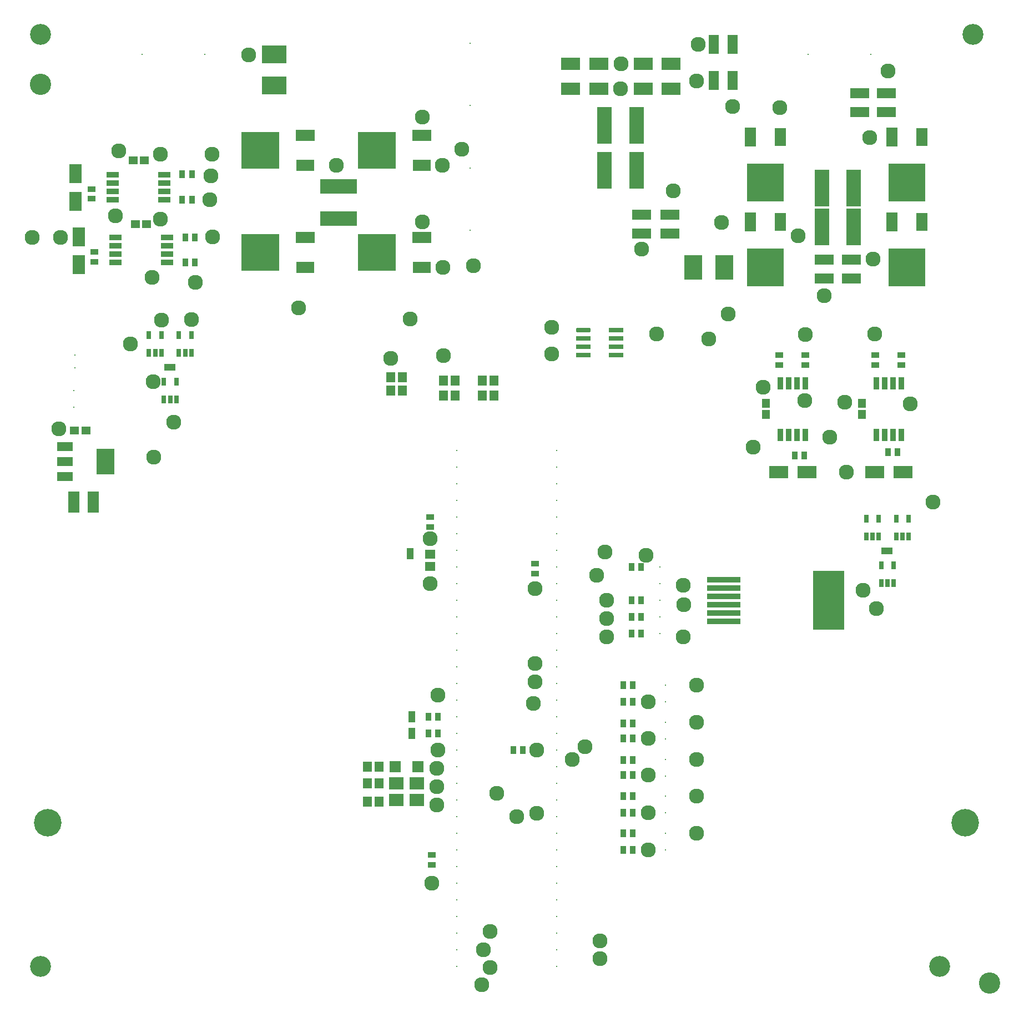
<source format=gts>
%FSLAX25Y25*%
%MOIN*%
G70*
G01*
G75*
G04 Layer_Color=8388736*
%ADD10R,0.04500X0.05300*%
%ADD11R,0.05118X0.10630*%
%ADD12R,0.10630X0.05118*%
%ADD13O,0.00700X0.01400*%
%ADD14O,0.01400X0.00700*%
%ADD15R,0.01772X0.04134*%
%ADD16R,0.07000X0.03000*%
%ADD17C,0.04921*%
%ADD18R,0.03000X0.04100*%
%ADD19R,0.04100X0.03000*%
%ADD20R,0.06890X0.10433*%
%ADD21R,0.10433X0.06890*%
%ADD22R,0.06299X0.03150*%
%ADD23R,0.03000X0.07000*%
G04:AMPARAMS|DCode=24|XSize=43.31mil|YSize=39.37mil|CornerRadius=0mil|HoleSize=0mil|Usage=FLASHONLY|Rotation=0.000|XOffset=0mil|YOffset=0mil|HoleType=Round|Shape=RoundedRectangle|*
%AMROUNDEDRECTD24*
21,1,0.04331,0.03937,0,0,0.0*
21,1,0.04331,0.03937,0,0,0.0*
1,1,0.00000,0.02165,-0.01969*
1,1,0.00000,-0.02165,-0.01969*
1,1,0.00000,-0.02165,0.01969*
1,1,0.00000,0.02165,0.01969*
%
%ADD24ROUNDEDRECTD24*%
G04:AMPARAMS|DCode=25|XSize=118.11mil|YSize=61.02mil|CornerRadius=0mil|HoleSize=0mil|Usage=FLASHONLY|Rotation=90.000|XOffset=0mil|YOffset=0mil|HoleType=Round|Shape=RoundedRectangle|*
%AMROUNDEDRECTD25*
21,1,0.11811,0.06102,0,0,90.0*
21,1,0.11811,0.06102,0,0,90.0*
1,1,0.00000,0.03051,0.05906*
1,1,0.00000,0.03051,-0.05906*
1,1,0.00000,-0.03051,-0.05906*
1,1,0.00000,-0.03051,0.05906*
%
%ADD25ROUNDEDRECTD25*%
%ADD26R,0.09000X0.05000*%
%ADD27R,0.10000X0.15000*%
%ADD28R,0.10236X0.13976*%
%ADD29R,0.13976X0.10236*%
%ADD30R,0.07795X0.02087*%
G04:AMPARAMS|DCode=31|XSize=20.87mil|YSize=77.95mil|CornerRadius=0mil|HoleSize=0mil|Usage=FLASHONLY|Rotation=270.000|XOffset=0mil|YOffset=0mil|HoleType=Round|Shape=Octagon|*
%AMOCTAGOND31*
4,1,8,0.03898,0.00522,0.03898,-0.00522,0.03376,-0.01043,-0.03376,-0.01043,-0.03898,-0.00522,-0.03898,0.00522,-0.03376,0.01043,0.03376,0.01043,0.03898,0.00522,0.0*
%
%ADD31OCTAGOND31*%

%ADD32R,0.07874X0.21260*%
%ADD33R,0.10300X0.06200*%
%ADD34R,0.22000X0.21400*%
%ADD35R,0.10400X0.06200*%
%ADD36R,0.21260X0.07874*%
%ADD37R,0.06200X0.10300*%
%ADD38R,0.21400X0.22000*%
%ADD39R,0.06200X0.10400*%
%ADD40R,0.19685X0.02992*%
%ADD41R,0.17716X0.34646*%
%ADD42R,0.03150X0.06299*%
%ADD43R,0.05500X0.04500*%
%ADD44C,0.05000*%
%ADD45R,0.07800X0.07000*%
%ADD46R,0.07800X0.07000*%
%ADD47R,0.05906X0.05906*%
%ADD48R,0.05906X0.05906*%
G04:AMPARAMS|DCode=49|XSize=43.31mil|YSize=39.37mil|CornerRadius=0mil|HoleSize=0mil|Usage=FLASHONLY|Rotation=90.000|XOffset=0mil|YOffset=0mil|HoleType=Round|Shape=RoundedRectangle|*
%AMROUNDEDRECTD49*
21,1,0.04331,0.03937,0,0,90.0*
21,1,0.04331,0.03937,0,0,90.0*
1,1,0.00000,0.01969,0.02165*
1,1,0.00000,0.01969,-0.02165*
1,1,0.00000,-0.01969,-0.02165*
1,1,0.00000,-0.01969,0.02165*
%
%ADD49ROUNDEDRECTD49*%
%ADD50C,0.03500*%
%ADD51C,0.00787*%
%ADD52C,0.01000*%
%ADD53R,0.19000X0.12392*%
%ADD54R,0.22666X0.07400*%
%ADD55R,0.29000X0.26000*%
%ADD56R,0.48000X0.07000*%
%ADD57R,0.11000X0.11000*%
%ADD58R,0.24969X0.14000*%
%ADD59R,0.38642X0.24252*%
%ADD60C,0.15748*%
%ADD61C,0.11811*%
%ADD62C,0.09449*%
%ADD63C,0.33000*%
%ADD64C,0.05700*%
%ADD65R,0.07500X0.07500*%
%ADD66C,0.07500*%
%ADD67C,0.07874*%
%ADD68C,0.07677*%
%ADD69C,0.00600*%
%ADD70C,0.00800*%
%ADD71C,0.00787*%
%ADD72C,0.00500*%
%ADD73C,0.00700*%
%ADD74R,0.05300X0.06100*%
%ADD75R,0.05918X0.11430*%
%ADD76R,0.11430X0.05918*%
%ADD77R,0.02572X0.04934*%
%ADD78R,0.07800X0.03800*%
%ADD79C,0.12795*%
%ADD80R,0.03800X0.04900*%
%ADD81R,0.04900X0.03800*%
%ADD82R,0.07690X0.11233*%
%ADD83R,0.11233X0.07690*%
%ADD84R,0.07099X0.03950*%
%ADD85R,0.03800X0.07800*%
G04:AMPARAMS|DCode=86|XSize=51.31mil|YSize=47.37mil|CornerRadius=0mil|HoleSize=0mil|Usage=FLASHONLY|Rotation=0.000|XOffset=0mil|YOffset=0mil|HoleType=Round|Shape=RoundedRectangle|*
%AMROUNDEDRECTD86*
21,1,0.05131,0.04737,0,0,0.0*
21,1,0.05131,0.04737,0,0,0.0*
1,1,0.00000,0.02565,-0.02369*
1,1,0.00000,-0.02565,-0.02369*
1,1,0.00000,-0.02565,0.02369*
1,1,0.00000,0.02565,0.02369*
%
%ADD86ROUNDEDRECTD86*%
G04:AMPARAMS|DCode=87|XSize=126.11mil|YSize=69.02mil|CornerRadius=0mil|HoleSize=0mil|Usage=FLASHONLY|Rotation=90.000|XOffset=0mil|YOffset=0mil|HoleType=Round|Shape=RoundedRectangle|*
%AMROUNDEDRECTD87*
21,1,0.12611,0.06902,0,0,90.0*
21,1,0.12611,0.06902,0,0,90.0*
1,1,0.00000,0.03451,0.06306*
1,1,0.00000,0.03451,-0.06306*
1,1,0.00000,-0.03451,-0.06306*
1,1,0.00000,-0.03451,0.06306*
%
%ADD87ROUNDEDRECTD87*%
%ADD88R,0.09800X0.05800*%
%ADD89R,0.10800X0.15800*%
%ADD90R,0.11036X0.14776*%
%ADD91R,0.14776X0.11036*%
%ADD92R,0.08595X0.02887*%
G04:AMPARAMS|DCode=93|XSize=28.87mil|YSize=85.95mil|CornerRadius=0mil|HoleSize=0mil|Usage=FLASHONLY|Rotation=270.000|XOffset=0mil|YOffset=0mil|HoleType=Round|Shape=Octagon|*
%AMOCTAGOND93*
4,1,8,0.04298,0.00722,0.04298,-0.00722,0.03576,-0.01443,-0.03576,-0.01443,-0.04298,-0.00722,-0.04298,0.00722,-0.03576,0.01443,0.03576,0.01443,0.04298,0.00722,0.0*
%
%ADD93OCTAGOND93*%

%ADD94R,0.08674X0.22060*%
%ADD95R,0.11100X0.07000*%
%ADD96R,0.22800X0.22200*%
%ADD97R,0.11200X0.07000*%
%ADD98R,0.22060X0.08674*%
%ADD99R,0.07000X0.11100*%
%ADD100R,0.22200X0.22800*%
%ADD101R,0.07000X0.11200*%
%ADD102R,0.20485X0.03792*%
%ADD103R,0.18517X0.35446*%
%ADD104R,0.03950X0.07099*%
%ADD105R,0.06300X0.05300*%
%ADD106R,0.08600X0.07800*%
%ADD107R,0.08600X0.07800*%
%ADD108R,0.06706X0.06706*%
%ADD109R,0.06706X0.06706*%
G04:AMPARAMS|DCode=110|XSize=51.31mil|YSize=47.37mil|CornerRadius=0mil|HoleSize=0mil|Usage=FLASHONLY|Rotation=90.000|XOffset=0mil|YOffset=0mil|HoleType=Round|Shape=RoundedRectangle|*
%AMROUNDEDRECTD110*
21,1,0.05131,0.04737,0,0,90.0*
21,1,0.05131,0.04737,0,0,90.0*
1,1,0.00000,0.02369,0.02565*
1,1,0.00000,0.02369,-0.02565*
1,1,0.00000,-0.02369,-0.02565*
1,1,0.00000,-0.02369,0.02565*
%
%ADD110ROUNDEDRECTD110*%
%ADD111C,0.00800*%
%ADD112R,0.00800X0.00800*%
%ADD113C,0.16548*%
%ADD114C,0.12611*%
%ADD115R,0.01000X0.01000*%
%ADD116C,0.01000*%
%ADD117C,0.09049*%
D74*
X-69647Y66000D02*
D03*
X-62353D02*
D03*
X-38000Y63000D02*
D03*
X-30706D02*
D03*
X-14647D02*
D03*
X-7353D02*
D03*
X-62353Y74000D02*
D03*
X-69647D02*
D03*
X-30706Y72000D02*
D03*
X-38000D02*
D03*
X-7353D02*
D03*
X-14647D02*
D03*
X-76353Y-181000D02*
D03*
X-83647D02*
D03*
X-76353Y-170000D02*
D03*
X-83647D02*
D03*
X-76353Y-160000D02*
D03*
X-83647D02*
D03*
D75*
X124339Y252200D02*
D03*
X135757D02*
D03*
Y274000D02*
D03*
X124339D02*
D03*
D76*
X98000Y171757D02*
D03*
Y160339D02*
D03*
X207083Y144757D02*
D03*
Y133339D02*
D03*
X228000Y233243D02*
D03*
Y244661D02*
D03*
X81000Y160243D02*
D03*
Y171661D02*
D03*
X190917Y133243D02*
D03*
Y144661D02*
D03*
X212000Y244757D02*
D03*
Y233339D02*
D03*
D77*
X-214740Y99315D02*
D03*
X-207260D02*
D03*
Y88685D02*
D03*
X-211000D02*
D03*
X-214740D02*
D03*
X-196740Y99315D02*
D03*
X-189260D02*
D03*
Y88685D02*
D03*
X-193000D02*
D03*
X-196740D02*
D03*
X234000Y-11000D02*
D03*
X241480D02*
D03*
Y-21630D02*
D03*
X237740D02*
D03*
X234000D02*
D03*
X216000Y-11000D02*
D03*
X223480D02*
D03*
Y-21630D02*
D03*
X219740D02*
D03*
X216000D02*
D03*
X-205740Y71315D02*
D03*
X-198260D02*
D03*
Y60685D02*
D03*
X-202000D02*
D03*
X-205740D02*
D03*
X225000Y-39000D02*
D03*
X232480D02*
D03*
Y-49630D02*
D03*
X228740D02*
D03*
X225000D02*
D03*
D78*
X-203900Y142900D02*
D03*
Y147900D02*
D03*
Y152900D02*
D03*
Y157900D02*
D03*
X-234900Y142900D02*
D03*
Y147900D02*
D03*
Y152900D02*
D03*
Y157900D02*
D03*
X-205654Y180600D02*
D03*
Y185600D02*
D03*
Y190600D02*
D03*
Y195600D02*
D03*
X-236653Y180600D02*
D03*
Y185600D02*
D03*
Y190600D02*
D03*
Y195600D02*
D03*
D79*
X290000Y-290000D02*
D03*
X-280000Y250000D02*
D03*
D80*
X-194704Y180600D02*
D03*
X-188910D02*
D03*
X229100Y29000D02*
D03*
X234900D02*
D03*
X-194704Y196100D02*
D03*
X-188910D02*
D03*
X80897Y-70000D02*
D03*
X75103D02*
D03*
X80897Y-80000D02*
D03*
X75103D02*
D03*
X80897Y-40000D02*
D03*
X75103D02*
D03*
Y-60000D02*
D03*
X80897D02*
D03*
X-41103Y-130000D02*
D03*
X-46897D02*
D03*
X-41103Y-140000D02*
D03*
X-46897D02*
D03*
X4100Y-150000D02*
D03*
X9900D02*
D03*
X-192950Y157900D02*
D03*
X-187157D02*
D03*
X-192950Y142900D02*
D03*
X-187157D02*
D03*
X173000Y27000D02*
D03*
X178800D02*
D03*
X75897Y-187800D02*
D03*
X70103D02*
D03*
Y-177800D02*
D03*
X75897D02*
D03*
Y-210000D02*
D03*
X70103D02*
D03*
Y-200000D02*
D03*
X75897D02*
D03*
Y-165000D02*
D03*
X70103D02*
D03*
Y-156000D02*
D03*
X75897D02*
D03*
Y-121000D02*
D03*
X70103D02*
D03*
Y-111000D02*
D03*
X75897D02*
D03*
Y-143000D02*
D03*
X70103D02*
D03*
Y-134000D02*
D03*
X75897D02*
D03*
D81*
X-249153Y187000D02*
D03*
Y181200D02*
D03*
X237035Y81450D02*
D03*
Y87243D02*
D03*
X221535Y81450D02*
D03*
Y87243D02*
D03*
X-45000Y-213100D02*
D03*
Y-218900D02*
D03*
X17000Y-38100D02*
D03*
Y-43900D02*
D03*
X-46000Y-10100D02*
D03*
Y-15900D02*
D03*
X-247400Y149300D02*
D03*
Y143500D02*
D03*
X163900Y81450D02*
D03*
Y87243D02*
D03*
X179400Y81450D02*
D03*
Y87243D02*
D03*
D82*
X-259000Y196465D02*
D03*
Y179535D02*
D03*
X-257000Y158465D02*
D03*
Y141535D02*
D03*
D83*
X221071Y17000D02*
D03*
X238000D02*
D03*
X38635Y247200D02*
D03*
X55565D02*
D03*
X38635Y262300D02*
D03*
X55565D02*
D03*
X82035Y247200D02*
D03*
X98965D02*
D03*
X82035Y262300D02*
D03*
X98965D02*
D03*
X163435Y17000D02*
D03*
X180365D02*
D03*
D84*
X-202225Y80000D02*
D03*
X228516Y-30315D02*
D03*
D85*
X237035Y70500D02*
D03*
X232035D02*
D03*
X227035D02*
D03*
X222035D02*
D03*
X237035Y39500D02*
D03*
X232035D02*
D03*
X227035D02*
D03*
X222035D02*
D03*
X179400Y70500D02*
D03*
X174400D02*
D03*
X169400D02*
D03*
X164400D02*
D03*
X179400Y39500D02*
D03*
X174400D02*
D03*
X169400D02*
D03*
X164400D02*
D03*
D86*
X-252654Y42000D02*
D03*
X-259347D02*
D03*
X-217454Y204300D02*
D03*
X-224147D02*
D03*
X-216154Y166100D02*
D03*
X-222847D02*
D03*
D87*
X-248193Y-1000D02*
D03*
X-259807D02*
D03*
D88*
X-265200Y32500D02*
D03*
Y23500D02*
D03*
Y14500D02*
D03*
D89*
X-241000Y23500D02*
D03*
D90*
X130850Y140000D02*
D03*
X112150D02*
D03*
D91*
X-139370Y249311D02*
D03*
Y268012D02*
D03*
D92*
X65705Y102500D02*
D03*
Y97500D02*
D03*
Y92500D02*
D03*
Y87500D02*
D03*
X46295Y97500D02*
D03*
Y92500D02*
D03*
Y87500D02*
D03*
D93*
Y102500D02*
D03*
D94*
X58854Y198500D02*
D03*
X78146D02*
D03*
X58854Y225500D02*
D03*
X78146D02*
D03*
X189354Y187800D02*
D03*
X208646D02*
D03*
X189354Y164300D02*
D03*
X208646D02*
D03*
D95*
X-120700Y139900D02*
D03*
Y201400D02*
D03*
X-50700Y139900D02*
D03*
Y201400D02*
D03*
D96*
X-148000Y148900D02*
D03*
Y210400D02*
D03*
X-78000Y148900D02*
D03*
Y210400D02*
D03*
D97*
X-120700Y157900D02*
D03*
Y219400D02*
D03*
X-50700Y157900D02*
D03*
Y219400D02*
D03*
D98*
X-101000Y169354D02*
D03*
Y188646D02*
D03*
D99*
X164500Y167300D02*
D03*
X249500D02*
D03*
X164500Y218300D02*
D03*
X249500D02*
D03*
D100*
X155500Y140000D02*
D03*
X240500D02*
D03*
X155500Y191000D02*
D03*
X240500D02*
D03*
D101*
X146500Y167300D02*
D03*
X231500D02*
D03*
X146500Y218300D02*
D03*
X231500D02*
D03*
D102*
X130504Y-47500D02*
D03*
Y-52500D02*
D03*
Y-62500D02*
D03*
Y-57500D02*
D03*
Y-67500D02*
D03*
Y-72500D02*
D03*
D103*
X193506Y-60000D02*
D03*
D104*
X-57000Y-130000D02*
D03*
Y-140000D02*
D03*
X-58000Y-32000D02*
D03*
D105*
X-46000Y-32350D02*
D03*
Y-39650D02*
D03*
D106*
X-66250Y-180000D02*
D03*
Y-170000D02*
D03*
D107*
X-53750Y-180000D02*
D03*
Y-170000D02*
D03*
D108*
X-66890Y-160000D02*
D03*
D109*
X-53110D02*
D03*
D110*
X155900Y58346D02*
D03*
Y51653D02*
D03*
X213535Y58346D02*
D03*
Y51654D02*
D03*
D111*
X-259250Y87250D02*
D03*
Y79750D02*
D03*
X-260000Y56000D02*
D03*
Y66000D02*
D03*
X92000Y-50000D02*
D03*
Y-60000D02*
D03*
Y-70000D02*
D03*
Y-80000D02*
D03*
X-30000Y-280000D02*
D03*
Y-270000D02*
D03*
Y-260000D02*
D03*
Y-250000D02*
D03*
Y-240000D02*
D03*
Y-230000D02*
D03*
Y-220000D02*
D03*
Y-210000D02*
D03*
Y-200000D02*
D03*
Y-190000D02*
D03*
Y-180000D02*
D03*
Y-170000D02*
D03*
Y-160000D02*
D03*
Y-150000D02*
D03*
Y-140000D02*
D03*
Y-130000D02*
D03*
Y-120000D02*
D03*
Y-110000D02*
D03*
Y-100000D02*
D03*
Y-90000D02*
D03*
Y-80000D02*
D03*
Y-70000D02*
D03*
Y-60000D02*
D03*
Y-50000D02*
D03*
Y-40000D02*
D03*
Y-30000D02*
D03*
Y-20000D02*
D03*
Y-10000D02*
D03*
Y0D02*
D03*
Y10000D02*
D03*
Y20000D02*
D03*
X30000Y-280000D02*
D03*
Y-270000D02*
D03*
Y-260000D02*
D03*
Y-250000D02*
D03*
Y-240000D02*
D03*
Y-230000D02*
D03*
Y-220000D02*
D03*
Y-210000D02*
D03*
Y-200000D02*
D03*
Y-190000D02*
D03*
Y-180000D02*
D03*
Y-170000D02*
D03*
Y-160000D02*
D03*
Y-150000D02*
D03*
Y-140000D02*
D03*
Y-130000D02*
D03*
Y-120000D02*
D03*
Y-110000D02*
D03*
Y-100000D02*
D03*
Y-90000D02*
D03*
Y-80000D02*
D03*
Y-70000D02*
D03*
Y-60000D02*
D03*
Y-50000D02*
D03*
Y-40000D02*
D03*
Y-30000D02*
D03*
Y-20000D02*
D03*
Y-10000D02*
D03*
Y0D02*
D03*
Y10000D02*
D03*
Y20000D02*
D03*
X-30000Y30000D02*
D03*
X30000D02*
D03*
X-22000Y162299D02*
D03*
Y199779D02*
D03*
Y274740D02*
D03*
Y237260D02*
D03*
X218740Y268000D02*
D03*
X181260D02*
D03*
X-218740D02*
D03*
X-181260D02*
D03*
D112*
X92000Y-40000D02*
D03*
D113*
X-275590Y-193701D02*
D03*
X275590D02*
D03*
D114*
X280000Y280000D02*
D03*
X-280000D02*
D03*
X260000Y-280000D02*
D03*
X-280000D02*
D03*
D115*
X95350Y-177800D02*
D03*
Y-200100D02*
D03*
Y-155500D02*
D03*
Y-110900D02*
D03*
Y-133200D02*
D03*
D116*
Y-187800D02*
D03*
Y-210100D02*
D03*
Y-165500D02*
D03*
Y-120900D02*
D03*
Y-143200D02*
D03*
D117*
X85000Y-143000D02*
D03*
X60000Y-71000D02*
D03*
Y-60000D02*
D03*
X114000Y-155500D02*
D03*
Y-110900D02*
D03*
Y-133200D02*
D03*
X-10000Y-259000D02*
D03*
X-10000Y-280661D02*
D03*
X-14000Y-270000D02*
D03*
X-15000Y-291000D02*
D03*
X114000Y-200100D02*
D03*
Y-177800D02*
D03*
X56000Y-264748D02*
D03*
Y-275378D02*
D03*
X18000Y-188000D02*
D03*
X6000Y-190000D02*
D03*
X85000Y-210000D02*
D03*
Y-187800D02*
D03*
Y-165000D02*
D03*
Y-121000D02*
D03*
X-42000Y-183000D02*
D03*
Y-172000D02*
D03*
Y-161000D02*
D03*
X17000Y-53000D02*
D03*
X18000Y-150000D02*
D03*
X-45000Y-230000D02*
D03*
X-46000Y-23000D02*
D03*
Y-50000D02*
D03*
X-41103Y-149897D02*
D03*
Y-117103D02*
D03*
X81000Y151000D02*
D03*
X135757Y236757D02*
D03*
X229000Y258000D02*
D03*
X190917Y123083D02*
D03*
X114000Y252000D02*
D03*
X115000Y274000D02*
D03*
X100000Y186000D02*
D03*
X218000Y218000D02*
D03*
X220000Y145000D02*
D03*
X-269000Y43000D02*
D03*
X16000Y-122000D02*
D03*
X39483Y-155517D02*
D03*
X-58000Y109000D02*
D03*
X-69647Y85353D02*
D03*
X17000Y-98000D02*
D03*
Y-109000D02*
D03*
X-38000Y87000D02*
D03*
X-38600Y201400D02*
D03*
X47000Y-148000D02*
D03*
X27000Y88000D02*
D03*
Y104000D02*
D03*
X133000Y112000D02*
D03*
X90000Y100000D02*
D03*
X121500Y97000D02*
D03*
X-212000Y26000D02*
D03*
X-200000Y47000D02*
D03*
X214000Y-54000D02*
D03*
X222000Y-65000D02*
D03*
X-6000Y-176000D02*
D03*
X54000Y-45000D02*
D03*
X154000Y68000D02*
D03*
X203000Y59000D02*
D03*
X242535Y58000D02*
D03*
X256000Y-1000D02*
D03*
X179000Y60000D02*
D03*
X194000Y38000D02*
D03*
X83948Y-32948D02*
D03*
X106000Y-82000D02*
D03*
Y-51000D02*
D03*
X106500Y-62500D02*
D03*
X60000Y-82000D02*
D03*
X59000Y-31000D02*
D03*
X148000Y32000D02*
D03*
X204000Y17000D02*
D03*
X-213000Y134000D02*
D03*
X-208000Y208000D02*
D03*
Y169000D02*
D03*
X-233000Y210000D02*
D03*
X-235000Y171000D02*
D03*
X-177000Y208000D02*
D03*
X-178100Y180600D02*
D03*
X-177500Y195000D02*
D03*
X-189260Y108740D02*
D03*
X-226000Y94000D02*
D03*
X-212315Y71315D02*
D03*
X-207260Y108260D02*
D03*
X129000Y167000D02*
D03*
X164000Y236000D02*
D03*
X179400Y99600D02*
D03*
X221000Y100000D02*
D03*
X175000Y159000D02*
D03*
X-268000Y158000D02*
D03*
X-285000D02*
D03*
X68700Y262300D02*
D03*
X68500Y247200D02*
D03*
X-154724Y267717D02*
D03*
X-102100Y201400D02*
D03*
X-176500Y158500D02*
D03*
X-124700Y115700D02*
D03*
X-50500Y230500D02*
D03*
Y167500D02*
D03*
X-187000Y131000D02*
D03*
X-38100Y139900D02*
D03*
X-20000Y141000D02*
D03*
X-27000Y211000D02*
D03*
M02*

</source>
